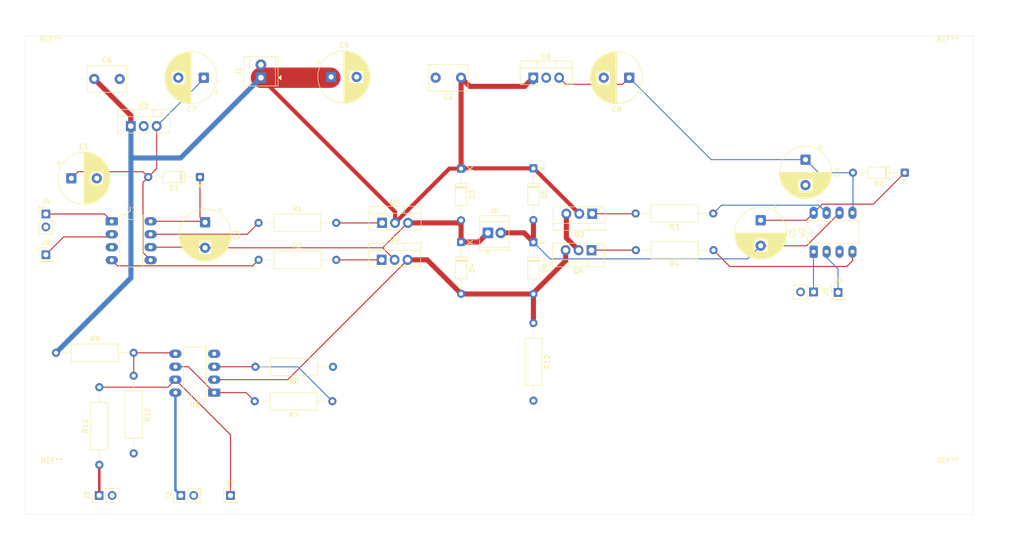
<source format=kicad_pcb>
(kicad_pcb (version 20241229) (generator "pcbnew") (generator_version "9.0")
  (layers (0 "F.Cu" signal "Front") (4 "In1.Cu" signal) (6 "In2.Cu" signal) (2 "B.Cu" signal "Back") (13 "F.Paste" user) (15 "B.Paste" user) (5 "F.SilkS" user "F.Silkscreen") (7 "B.SilkS" user "B.Silkscreen") (1 "F.Mask" user) (3 "B.Mask" user) (25 "Edge.Cuts" user))
  (net 0 "")
  (net 1 "Net-(D1-A)")
  (net 2 "GND")
  (net 3 "+24V")
  (net 4 "Net-(D1-K)")
  (net 5 "Net-(D3-A)")
  (net 6 "Net-(D2-A)")
  (net 7 "Net-(D5-A)")
  (net 8 "Net-(D2-K)")
  (net 9 "Net-(D4-A)")
  (net 10 "+5V")
  (net 11 "+3.3V")
  (net 12 "PWM1")
  (net 13 "PWM2")
  (net 14 "Net-(J7-Pin_1)")
  (net 15 "Net-(J8-Pin_1)")
  (net 16 "Net-(J9-Pin_1)")
  (net 17 "Net-(Q1-G)")
  (net 18 "Net-(Q2-G)")
  (net 19 "Net-(Q3-S)")
  (net 20 "Net-(Q3-G)")
  (net 21 "Net-(Q4-G)")
  (net 22 "Net-(U1-HO)")
  (net 23 "Net-(U1-LO)")
  (net 24 "Net-(U2-HO)")
  (net 25 "Net-(U2-LO)")
  (net 26 "Net-(U4B--)")
  (net 27 "Net-(U4A-+)")
  (net 28 "Net-(U4B-+)")
  (footprint "Connector_PinHeader_2.54mm:PinHeader_1x01_P2.54mm_Vertical" (layer "F.Cu") (at 201.5 108.4)
    (property "Reference" "J8" (at 0 -2.38 0) (layer "F.SilkS"))
    (property "Value" "Conn_01x01")
    (pad "1" thru_hole rect (at 0 0) (size 1.7 1.7) (drill 1) (layers "*.Cu" "*.Mask") (net 15 "Net-(J8-Pin_1)"))
  )
  (footprint "Resistor_THT:R_Axial_DIN0309_L9.0mm_D3.2mm_P15.24mm_Horizontal" (layer "F.Cu") (at 47.99 120.25)
    (property "Reference" "R9" (at 7.62 -2.72 0) (layer "F.SilkS"))
    (property "Value" "875k")
    (pad "1" thru_hole circle (at 0 0) (size 1.6 1.6) (drill 0.8) (layers "*.Cu" "*.Mask") (net 3 "+24V"))
    (pad "2" thru_hole circle (at 15.24 0) (size 1.6 1.6) (drill 0.8) (layers "*.Cu" "*.Mask") (net 28 "Net-(U4B-+)"))
  )
  (footprint "Capacitor_THT:CP_Radial_D10.0mm_P5.00mm" (layer "F.Cu") (at 186.3 94.232323 -90)
    (property "Reference" "C5" (at 2.5 -6.25 90) (layer "F.SilkS"))
    (property "Value" ".66u")
    (pad "1" thru_hole roundrect (at 0 0 270) (size 2 2) (drill 1) (layers "*.Cu" "*.Mask") (roundrect_rratio 0.125) (net 8 "Net-(D2-K)"))
    (pad "2" thru_hole circle (at 5 0 270) (size 2 2) (drill 1) (layers "*.Cu" "*.Mask") (net 7 "Net-(D5-A)"))
  )
  (footprint "Diode_THT:D_DO-35_SOD27_P10.16mm_Horizontal" (layer "F.Cu") (at 214.58 84.9 180)
    (property "Reference" "D2" (at 5.08 -2.12 0) (layer "F.SilkS"))
    (property "Value" "D_Schottky")
    (fp_text user "K" (at 0 -1.8 0) (layer "F.SilkS"))
    (pad "1" thru_hole roundrect (at 0 0 180) (size 1.6 1.6) (drill 0.8) (layers "*.Cu" "*.Mask") (roundrect_rratio 0.15625) (net 8 "Net-(D2-K)"))
    (pad "2" thru_hole circle (at 10.16 0 180) (size 1.6 1.6) (drill 0.8) (layers "*.Cu" "*.Mask") (net 6 "Net-(D2-A)"))
  )
  (footprint "Diode_THT:D_DO-35_SOD27_P10.16mm_Horizontal" (layer "F.Cu") (at 127.5 98.5 -90)
    (property "Reference" "D4" (at 5.08 -2.12 90) (layer "F.SilkS"))
    (property "Value" "D_Schottky")
    (fp_text user "K" (at 0 -1.8 90) (layer "F.SilkS"))
    (pad "1" thru_hole roundrect (at 0 0 270) (size 1.6 1.6) (drill 0.8) (layers "*.Cu" "*.Mask") (roundrect_rratio 0.15625) (net 5 "Net-(D3-A)"))
    (pad "2" thru_hole circle (at 10.16 0 270) (size 1.6 1.6) (drill 0.8) (layers "*.Cu" "*.Mask") (net 9 "Net-(D4-A)"))
  )
  (footprint "Connector_PinHeader_2.54mm:PinHeader_1x01_P2.54mm_Vertical" (layer "F.Cu") (at 46 101)
    (property "Reference" "J9" (at 0 -2.38 0) (layer "F.SilkS"))
    (property "Value" "Conn_01x01")
    (pad "1" thru_hole rect (at 0 0) (size 1.7 1.7) (drill 1) (layers "*.Cu" "*.Mask") (net 16 "Net-(J9-Pin_1)"))
  )
  (footprint "Resistor_THT:R_Axial_DIN0309_L9.0mm_D3.2mm_P15.24mm_Horizontal" (layer "F.Cu") (at 141.7 114.4 -90)
    (property "Reference" "R12" (at 7.62 -2.72 90) (layer "F.SilkS"))
    (property "Value" ".1")
    (pad "1" thru_hole circle (at 0 0 270) (size 1.6 1.6) (drill 0.8) (layers "*.Cu" "*.Mask") (net 9 "Net-(D4-A)"))
    (pad "2" thru_hole circle (at 15.24 0 270) (size 1.6 1.6) (drill 0.8) (layers "*.Cu" "*.Mask") (net 2 "GND"))
  )
  (footprint "Package_DIP:DIP-8_W7.62mm_LongPads" (layer "F.Cu") (at 58.94 94.44)
    (property "Reference" "U1" (at 3.81 -2.33 0) (layer "F.SilkS"))
    (property "Value" "IR2184")
    (pad "1" thru_hole roundrect (at 0 0) (size 2.4 1.6) (drill 0.8) (layers "*.Cu" "*.Mask") (roundrect_rratio 0.15625) (net 12 "PWM1"))
    (pad "2" thru_hole oval (at 0 2.54) (size 2.4 1.6) (drill 0.8) (layers "*.Cu" "*.Mask") (net 16 "Net-(J9-Pin_1)"))
    (pad "3" thru_hole oval (at 0 5.08) (size 2.4 1.6) (drill 0.8) (layers "*.Cu" "*.Mask") (net 2 "GND"))
    (pad "4" thru_hole oval (at 0 7.62) (size 2.4 1.6) (drill 0.8) (layers "*.Cu" "*.Mask") (net 23 "Net-(U1-LO)"))
    (pad "5" thru_hole oval (at 7.62 7.62) (size 2.4 1.6) (drill 0.8) (layers "*.Cu" "*.Mask") (net 1 "Net-(D1-A)"))
    (pad "6" thru_hole oval (at 7.62 5.08) (size 2.4 1.6) (drill 0.8) (layers "*.Cu" "*.Mask") (net 5 "Net-(D3-A)"))
    (pad "7" thru_hole oval (at 7.62 2.54) (size 2.4 1.6) (drill 0.8) (layers "*.Cu" "*.Mask") (net 22 "Net-(U1-HO)"))
    (pad "8" thru_hole oval (at 7.62 0) (size 2.4 1.6) (drill 0.8) (layers "*.Cu" "*.Mask") (net 4 "Net-(D1-K)"))
  )
  (footprint "MountingHole:MountingHole_3.5mm" (layer "F.Cu") (at 223 145.9)
    (property "Reference" "REF**" (at 0 -4.45 0) (layer "F.SilkS"))
    (property "Value" "MountingHole_3.5mm")
    (pad "" np_thru_hole circle (at 0 0) (size 3.5 3.5) (drill 3.5) (layers "*.Cu" "*.Mask"))
  )
  (footprint "Capacitor_THT:C_Disc_D7.5mm_W5.0mm_P5.00mm" (layer "F.Cu") (at 127.5 66.25 180)
    (property "Reference" "C2" (at 2.5 -3.75 0) (layer "F.SilkS"))
    (property "Value" ".33u")
    (pad "1" thru_hole circle (at 0 0 180) (size 2 2) (drill 1) (layers "*.Cu" "*.Mask") (net 3 "+24V"))
    (pad "2" thru_hole circle (at 5 0 180) (size 2 2) (drill 1) (layers "*.Cu" "*.Mask") (net 2 "GND"))
  )
  (footprint "Resistor_THT:R_Axial_DIN0309_L9.0mm_D3.2mm_P15.24mm_Horizontal" (layer "F.Cu") (at 87.76 102)
    (property "Reference" "R2" (at 7.62 -2.72 0) (layer "F.SilkS"))
    (property "Value" "27")
    (pad "1" thru_hole circle (at 0 0) (size 1.6 1.6) (drill 0.8) (layers "*.Cu" "*.Mask") (net 23 "Net-(U1-LO)"))
    (pad "2" thru_hole circle (at 15.24 0) (size 1.6 1.6) (drill 0.8) (layers "*.Cu" "*.Mask") (net 18 "Net-(Q2-G)"))
  )
  (footprint "Resistor_THT:R_Axial_DIN0309_L9.0mm_D3.2mm_P15.24mm_Horizontal" (layer "F.Cu") (at 177 92.9 180)
    (property "Reference" "R3" (at 7.62 -2.72 0) (layer "F.SilkS"))
    (property "Value" "27")
    (pad "1" thru_hole circle (at 0 0 180) (size 1.6 1.6) (drill 0.8) (layers "*.Cu" "*.Mask") (net 24 "Net-(U2-HO)"))
    (pad "2" thru_hole circle (at 15.24 0 180) (size 1.6 1.6) (drill 0.8) (layers "*.Cu" "*.Mask") (net 20 "Net-(Q3-G)"))
  )
  (footprint "Capacitor_THT:CP_Radial_D10.0mm_P5.00mm" (layer "F.Cu") (at 160.5 66.25 180)
    (property "Reference" "C8" (at 2.5 -6.25 0) (layer "F.SilkS"))
    (property "Value" "2.2u")
    (pad "1" thru_hole roundrect (at 0 0 180) (size 2 2) (drill 1) (layers "*.Cu" "*.Mask") (roundrect_rratio 0.125) (net 6 "Net-(D2-A)"))
    (pad "2" thru_hole circle (at 5 0 180) (size 2 2) (drill 1) (layers "*.Cu" "*.Mask") (net 2 "GND"))
  )
  (footprint "Connector_PinHeader_2.54mm:PinHeader_1x02_P2.54mm_Vertical" (layer "F.Cu") (at 56.465 148.25 90)
    (property "Reference" "J3" (at 0 -2.38 90) (layer "F.SilkS"))
    (property "Value" "Conn_01x02")
    (pad "1" thru_hole rect (at 0 0 90) (size 1.7 1.7) (drill 1) (layers "*.Cu" "*.Mask") (net 11 "+3.3V"))
    (pad "2" thru_hole circle (at 0 2.54 90) (size 1.7 1.7) (drill 1) (layers "*.Cu" "*.Mask") (net 2 "GND"))
  )
  (footprint "TerminalBlock_TE-Connectivity:TerminalBlock_TE_282834-2_1x02_P2.54mm_Horizontal" (layer "F.Cu") (at 88.21 66.25 90)
    (property "Reference" "J1" (at 1.27 -4.37 90) (layer "F.SilkS"))
    (property "Value" "Conn_01x02")
    (pad "1" thru_hole roundrect (at 0 0 90) (size 2.1 2.1) (drill 1.1) (layers "*.Cu" "*.Mask") (roundrect_rratio 0.119048) (net 3 "+24V"))
    (pad "2" thru_hole circle (at 2.54 0 90) (size 2.1 2.1) (drill 1.1) (layers "*.Cu" "*.Mask") (net 2 "GND"))
  )
  (footprint "Package_TO_SOT_THT:TO-220-3_Vertical" (layer "F.Cu") (at 112 94.75)
    (property "Reference" "Q1" (at 2.54 -4.1 0) (layer "F.SilkS"))
    (property "Value" "Q_NMOS_GDS")
    (pad "1" thru_hole rect (at 0 0) (size 1.905 2) (drill 1.1) (layers "*.Cu" "*.Mask") (net 17 "Net-(Q1-G)"))
    (pad "2" thru_hole oval (at 2.54 0) (size 1.905 2) (drill 1.1) (layers "*.Cu" "*.Mask") (net 3 "+24V"))
    (pad "3" thru_hole oval (at 5.08 0) (size 1.905 2) (drill 1.1) (layers "*.Cu" "*.Mask") (net 5 "Net-(D3-A)"))
  )
  (footprint "MountingHole:MountingHole_3.5mm" (layer "F.Cu") (at 47.2 145.9)
    (property "Reference" "REF**" (at 0 -4.45 0) (layer "F.SilkS"))
    (property "Value" "MountingHole_3.5mm")
    (pad "" np_thru_hole circle (at 0 0) (size 3.5 3.5) (drill 3.5) (layers "*.Cu" "*.Mask"))
  )
  (footprint "Resistor_THT:R_Axial_DIN0309_L9.0mm_D3.2mm_P15.24mm_Horizontal" (layer "F.Cu") (at 56.49 142.24 90)
    (property "Reference" "R11" (at 7.62 -2.72 90) (layer "F.SilkS"))
    (property "Value" "100")
    (pad "1" thru_hole circle (at 0 0 90) (size 1.6 1.6) (drill 0.8) (layers "*.Cu" "*.Mask") (net 11 "+3.3V"))
    (pad "2" thru_hole circle (at 15.24 0 90) (size 1.6 1.6) (drill 0.8) (layers "*.Cu" "*.Mask") (net 14 "Net-(J7-Pin_1)"))
  )
  (footprint "Capacitor_THT:C_Disc_D7.5mm_W5.0mm_P5.00mm" (layer "F.Cu") (at 55.5 66.5)
    (property "Reference" "C6" (at 2.5 -3.75 0) (layer "F.SilkS"))
    (property "Value" ".33u")
    (pad "1" thru_hole circle (at 0 0) (size 2 2) (drill 1) (layers "*.Cu" "*.Mask") (net 3 "+24V"))
    (pad "2" thru_hole circle (at 5 0) (size 2 2) (drill 1) (layers "*.Cu" "*.Mask") (net 2 "GND"))
  )
  (footprint "TerminalBlock_TE-Connectivity:TerminalBlock_TE_282834-2_1x02_P2.54mm_Horizontal" (layer "F.Cu") (at 132.76 96.7)
    (property "Reference" "J6" (at 1.27 -4.37 0) (layer "F.SilkS"))
    (property "Value" "Conn_01x02")
    (pad "1" thru_hole roundrect (at 0 0) (size 2.1 2.1) (drill 1.1) (layers "*.Cu" "*.Mask") (roundrect_rratio 0.119048) (net 5 "Net-(D3-A)"))
    (pad "2" thru_hole circle (at 2.54 0) (size 2.1 2.1) (drill 1.1) (layers "*.Cu" "*.Mask") (net 7 "Net-(D5-A)"))
  )
  (footprint "Capacitor_THT:CP_Radial_D10.0mm_P5.00mm" (layer "F.Cu") (at 51 86)
    (property "Reference" "C1" (at 2.5 -6.25 0) (layer "F.SilkS"))
    (property "Value" ".1m")
    (pad "1" thru_hole roundrect (at 0 0) (size 2 2) (drill 1) (layers "*.Cu" "*.Mask") (roundrect_rratio 0.125) (net 1 "Net-(D1-A)"))
    (pad "2" thru_hole circle (at 5 0) (size 2 2) (drill 1) (layers "*.Cu" "*.Mask") (net 2 "GND"))
  )
  (footprint "Diode_THT:D_DO-35_SOD27_P10.16mm_Horizontal" (layer "F.Cu") (at 127.5 84.09 -90)
    (property "Reference" "D3" (at 5.08 -2.12 90) (layer "F.SilkS"))
    (property "Value" "D_Schottky")
    (fp_text user "K" (at 0 -1.8 90) (layer "F.SilkS"))
    (pad "1" thru_hole roundrect (at 0 0 270) (size 1.6 1.6) (drill 0.8) (layers "*.Cu" "*.Mask") (roundrect_rratio 0.15625) (net 3 "+24V"))
    (pad "2" thru_hole circle (at 10.16 0 270) (size 1.6 1.6) (drill 0.8) (layers "*.Cu" "*.Mask") (net 5 "Net-(D3-A)"))
  )
  (footprint "MountingHole:MountingHole_3.5mm" (layer "F.Cu") (at 46.9 63.2)
    (property "Reference" "REF**" (at 0 -4.45 0) (layer "F.SilkS"))
    (property "Value" "MountingHole_3.5mm")
    (pad "" np_thru_hole circle (at 0 0) (size 3.5 3.5) (drill 3.5) (layers "*.Cu" "*.Mask"))
  )
  (footprint "Package_TO_SOT_THT:TO-220-3_Vertical" (layer "F.Cu") (at 153.24 92.95 180)
    (property "Reference" "Q3" (at 2.54 -4.1 0) (layer "F.SilkS"))
    (property "Value" "Q_NMOS_GDS")
    (pad "1" thru_hole rect (at 0 0 180) (size 1.905 2) (drill 1.1) (layers "*.Cu" "*.Mask") (net 20 "Net-(Q3-G)"))
    (pad "2" thru_hole oval (at 2.54 0 180) (size 1.905 2) (drill 1.1) (layers "*.Cu" "*.Mask") (net 3 "+24V"))
    (pad "3" thru_hole oval (at 5.08 0 180) (size 1.905 2) (drill 1.1) (layers "*.Cu" "*.Mask") (net 19 "Net-(Q3-S)"))
  )
  (footprint "Capacitor_THT:CP_Radial_D10.0mm_P5.00mm" (layer "F.Cu") (at 77 66.25 180)
    (property "Reference" "C7" (at 2.5 -6.25 0) (layer "F.SilkS"))
    (property "Value" "2.2u")
    (pad "1" thru_hole roundrect (at 0 0 180) (size 2 2) (drill 1) (layers "*.Cu" "*.Mask") (roundrect_rratio 0.125) (net 1 "Net-(D1-A)"))
    (pad "2" thru_hole circle (at 5 0 180) (size 2 2) (drill 1) (layers "*.Cu" "*.Mask") (net 2 "GND"))
  )
  (footprint "MountingHole:MountingHole_3.5mm" (layer "F.Cu") (at 223 63.2)
    (property "Reference" "REF**" (at 0 -4.45 0) (layer "F.SilkS"))
    (property "Value" "MountingHole_3.5mm")
    (pad "" np_thru_hole circle (at 0 0) (size 3.5 3.5) (drill 3.5) (layers "*.Cu" "*.Mask"))
  )
  (footprint "Diode_THT:D_DO-35_SOD27_P10.16mm_Horizontal" (layer "F.Cu") (at 141.7 84.04 -90)
    (property "Reference" "D5" (at 5.08 -2.12 90) (layer "F.SilkS"))
    (property "Value" "D_Schottky")
    (fp_text user "K" (at 0 -1.8 90) (layer "F.SilkS"))
    (pad "1" thru_hole roundrect (at 0 0 270) (size 1.6 1.6) (drill 0.8) (layers "*.Cu" "*.Mask") (roundrect_rratio 0.15625) (net 3 "+24V"))
    (pad "2" thru_hole circle (at 10.16 0 270) (size 1.6 1.6) (drill 0.8) (layers "*.Cu" "*.Mask") (net 7 "Net-(D5-A)"))
  )
  (footprint "Resistor_THT:R_Axial_DIN0309_L9.0mm_D3.2mm_P15.24mm_Horizontal" (layer "F.Cu") (at 87.75 94.75)
    (property "Reference" "R1" (at 7.62 -2.72 0) (layer "F.SilkS"))
    (property "Value" "27")
    (pad "1" thru_hole circle (at 0 0) (size 1.6 1.6) (drill 0.8) (layers "*.Cu" "*.Mask") (net 22 "Net-(U1-HO)"))
    (pad "2" thru_hole circle (at 15.24 0) (size 1.6 1.6) (drill 0.8) (layers "*.Cu" "*.Mask") (net 17 "Net-(Q1-G)"))
  )
  (footprint "Connector_PinHeader_2.54mm:PinHeader_1x02_P2.54mm_Vertical" (layer "F.Cu") (at 46 93)
    (property "Reference" "J4" (at 0 -2.38 0) (layer "F.SilkS"))
    (property "Value" "Conn_01x02")
    (pad "1" thru_hole rect (at 0 0) (size 1.7 1.7) (drill 1) (layers "*.Cu" "*.Mask") (net 12 "PWM1"))
    (pad "2" thru_hole circle (at 0 2.54) (size 1.7 1.7) (drill 1) (layers "*.Cu" "*.Mask") (net 2 "GND"))
  )
  (footprint "Package_TO_SOT_THT:TO-220-3_Vertical" (layer "F.Cu") (at 111.92 102)
    (property "Reference" "Q2" (at 2.54 -4.1 0) (layer "F.SilkS"))
    (property "Value" "Q_NMOS_GDS")
    (pad "1" thru_hole rect (at 0 0) (size 1.905 2) (drill 1.1) (layers "*.Cu" "*.Mask") (net 18 "Net-(Q2-G)"))
    (pad "2" thru_hole oval (at 2.54 0) (size 1.905 2) (drill 1.1) (layers "*.Cu" "*.Mask") (net 5 "Net-(D3-A)"))
    (pad "3" thru_hole oval (at 5.08 0) (size 1.905 2) (drill 1.1) (layers "*.Cu" "*.Mask") (net 9 "Net-(D4-A)"))
  )
  (footprint "Connector_PinHeader_2.54mm:PinHeader_1x02_P2.54mm_Vertical" (layer "F.Cu") (at 196.675 108.3 -90)
    (property "Reference" "J5" (at 0 -2.38 90) (layer "F.SilkS"))
    (property "Value" "Conn_01x02")
    (pad "1" thru_hole rect (at 0 0 270) (size 1.7 1.7) (drill 1) (layers "*.Cu" "*.Mask") (net 13 "PWM2"))
    (pad "2" thru_hole circle (at 0 2.54 270) (size 1.7 1.7) (drill 1) (layers "*.Cu" "*.Mask") (net 2 "GND"))
  )
  (footprint "Package_TO_SOT_THT:TO-220-3_Vertical" (layer "F.Cu") (at 62.67 75.75)
    (property "Reference" "U5" (at 2.54 -4.1 0) (layer "F.SilkS"))
    (property "Value" "LM7815_TO220")
    (pad "1" thru_hole rect (at 0 0) (size 1.905 2) (drill 1.1) (layers "*.Cu" "*.Mask") (net 3 "+24V"))
    (pad "2" thru_hole oval (at 2.54 0) (size 1.905 2) (drill 1.1) (layers "*.Cu" "*.Mask") (net 2 "GND"))
    (pad "3" thru_hole oval (at 5.08 0) (size 1.905 2) (drill 1.1) (layers "*.Cu" "*.Mask") (net 1 "Net-(D1-A)"))
  )
  (footprint "Package_DIP:DIP-8_W7.62mm_LongPads" (layer "F.Cu") (at 79.05 128.06 180)
    (property "Reference" "U4" (at 3.81 -2.33 0) (layer "F.SilkS"))
    (property "Value" "MCP6L02x-xSN")
    (pad "1" thru_hole roundrect (at 0 0 180) (size 2.4 1.6) (drill 0.8) (layers "*.Cu" "*.Mask") (roundrect_rratio 0.15625) (net 26 "Net-(U4B--)"))
    (pad "2" thru_hole oval (at 0 2.54 180) (size 2.4 1.6) (drill 0.8) (layers "*.Cu" "*.Mask") (net 9 "Net-(D4-A)"))
    (pad "3" thru_hole oval (at 0 5.08 180) (size 2.4 1.6) (drill 0.8) (layers "*.Cu" "*.Mask") (net 27 "Net-(U4A-+)"))
    (pad "4" thru_hole oval (at 0 7.62 180) (size 2.4 1.6) (drill 0.8) (layers "*.Cu" "*.Mask") (net 2 "GND"))
    (pad "5" thru_hole oval (at 7.62 7.62 180) (size 2.4 1.6) (drill 0.8) (layers "*.Cu" "*.Mask") (net 28 "Net-(U4B-+)"))
    (pad "6" thru_hole oval (at 7.62 5.08 180) (size 2.4 1.6) (drill 0.8) (layers "*.Cu" "*.Mask") (net 26 "Net-(U4B--)"))
    (pad "7" thru_hole oval (at 7.62 2.54 180) (size 2.4 1.6) (drill 0.8) (layers "*.Cu" "*.Mask") (net 14 "Net-(J7-Pin_1)"))
    (pad "8" thru_hole oval (at 7.62 0 180) (size 2.4 1.6) (drill 0.8) (layers "*.Cu" "*.Mask") (net 10 "+5V"))
  )
  (footprint "Resistor_THT:R_Axial_DIN0309_L9.0mm_D3.2mm_P15.24mm_Horizontal" (layer "F.Cu") (at 102.24 129.75 180)
    (property "Reference" "R7" (at 7.62 -2.72 0) (layer "F.SilkS"))
    (property "Value" "90")
    (pad "1" thru_hole circle (at 0 0 180) (size 1.6 1.6) (drill 0.8) (layers "*.Cu" "*.Mask") (net 27 "Net-(U4A-+)"))
    (pad "2" thru_hole circle (at 15.24 0 180) (size 1.6 1.6) (drill 0.8) (layers "*.Cu" "*.Mask") (net 26 "Net-(U4B--)"))
  )
  (footprint "Package_TO_SOT_THT:TO-220-3_Vertical" (layer "F.Cu") (at 153.1 100.1 180)
    (property "Reference" "Q4" (at 2.54 -4.1 0) (layer "F.SilkS"))
    (property "Value" "Q_NMOS_GDS")
    (pad "1" thru_hole rect (at 0 0 180) (size 1.905 2) (drill 1.1) (layers "*.Cu" "*.Mask") (net 21 "Net-(Q4-G)"))
    (pad "2" thru_hole oval (at 2.54 0 180) (size 1.905 2) (drill 1.1) (layers "*.Cu" "*.Mask") (net 19 "Net-(Q3-S)"))
    (pad "3" thru_hole oval (at 5.08 0 180) (size 1.905 2) (drill 1.1) (layers "*.Cu" "*.Mask") (net 9 "Net-(D4-A)"))
  )
  (footprint "Package_TO_SOT_THT:TO-220-3_Vertical" (layer "F.Cu") (at 141.67 66.25)
    (property "Reference" "U6" (at 2.54 -4.1 0) (layer "F.SilkS"))
    (property "Value" "LM7815_TO220")
    (pad "1" thru_hole rect (at 0 0) (size 1.905 2) (drill 1.1) (layers "*.Cu" "*.Mask") (net 3 "+24V"))
    (pad "2" thru_hole oval (at 2.54 0) (size 1.905 2) (drill 1.1) (layers "*.Cu" "*.Mask") (net 2 "GND"))
    (pad "3" thru_hole oval (at 5.08 0) (size 1.905 2) (drill 1.1) (layers "*.Cu" "*.Mask") (net 6 "Net-(D2-A)"))
  )
  (footprint "Capacitor_THT:CP_Radial_D10.0mm_P5.00mm" (layer "F.Cu") (at 195.1 82.332323 -90)
    (property "Reference" "C4" (at 2.5 -6.25 90) (layer "F.SilkS"))
    (property "Value" ".1m")
    (pad "1" thru_hole roundrect (at 0 0 270) (size 2 2) (drill 1) (layers "*.Cu" "*.Mask") (roundrect_rratio 0.125) (net 6 "Net-(D2-A)"))
    (pad "2" thru_hole circle (at 5 0 270) (size 2 2) (drill 1) (layers "*.Cu" "*.Mask") (net 2 "GND"))
  )
  (footprint "Package_DIP:DIP-8_W7.62mm_LongPads" (layer "F.Cu") (at 196.7 100.4 90)
    (property "Reference" "U2" (at 3.81 -2.33 90) (layer "F.SilkS"))
    (property "Value" "IR2184")
    (pad "1" thru_hole roundrect (at 0 0 90) (size 2.4 1.6) (drill 0.8) (layers "*.Cu" "*.Mask") (roundrect_rratio 0.15625) (net 13 "PWM2"))
    (pad "2" thru_hole oval (at 0 2.54 90) (size 2.4 1.6) (drill 0.8) (layers "*.Cu" "*.Mask") (net 15 "Net-(J8-Pin_1)"))
    (pad "3" thru_hole oval (at 0 5.08 90) (size 2.4 1.6) (drill 0.8) (layers "*.Cu" "*.Mask") (net 2 "GND"))
    (pad "4" thru_hole oval (at 0 7.62 90) (size 2.4 1.6) (drill 0.8) (layers "*.Cu" "*.Mask") (net 25 "Net-(U2-LO)"))
    (pad "5" thru_hole oval (at 7.62 7.62 90) (size 2.4 1.6) (drill 0.8) (layers "*.Cu" "*.Mask") (net 6 "Net-(D2-A)"))
    (pad "6" thru_hole oval (at 7.62 5.08 90) (size 2.4 1.6) (drill 0.8) (layers "*.Cu" "*.Mask") (net 7 "Net-(D5-A)"))
    (pad "7" thru_hole oval (at 7.62 2.54 90) (size 2.4 1.6) (drill 0.8) (layers "*.Cu" "*.Mask") (net 24 "Net-(U2-HO)"))
    (pad "8" thru_hole oval (at 7.62 0 90) (size 2.4 1.6) (drill 0.8) (layers "*.Cu" "*.Mask") (net 8 "Net-(D2-K)"))
  )
  (footprint "Capacitor_THT:CP_Radial_D10.0mm_P5.00mm" (layer "F.Cu") (at 102 66.1)
    (property "Reference" "C9" (at 2.5 -6.25 0) (layer "F.SilkS"))
    (property "Value" "100u")
    (pad "1" thru_hole roundrect (at 0 0) (size 2 2) (drill 1) (layers "*.Cu" "*.Mask") (roundrect_rratio 0.125) (net 3 "+24V"))
    (pad "2" thru_hole circle (at 5 0) (size 2 2) (drill 1) (layers "*.Cu" "*.Mask") (net 2 "GND"))
  )
  (footprint "Diode_THT:D_DO-35_SOD27_P10.16mm_Horizontal" (layer "F.Cu") (at 76.25 85.75 180)
    (property "Reference" "D1" (at 5.08 -2.12 0) (layer "F.SilkS"))
    (property "Value" "D_Schottky")
    (fp_text user "K" (at 0 -1.8 0) (layer "F.SilkS"))
    (pad "1" thru_hole roundrect (at 0 0 180) (size 1.6 1.6) (drill 0.8) (layers "*.Cu" "*.Mask") (roundrect_rratio 0.15625) (net 4 "Net-(D1-K)"))
    (pad "2" thru_hole circle (at 10.16 0 180) (size 1.6 1.6) (drill 0.8) (layers "*.Cu" "*.Mask") (net 1 "Net-(D1-A)"))
  )
  (footprint "Connector_PinHeader_2.54mm:PinHeader_1x02_P2.54mm_Vertical" (layer "F.Cu") (at 72.49 148.25 90)
    (property "Reference" "J2" (at 0 -2.38 90) (layer "F.SilkS"))
    (property "Value" "Conn_01x02")
    (pad "1" thru_hole rect (at 0 0 90) (size 1.7 1.7) (drill 1) (layers "*.Cu" "*.Mask") (net 10 "+5V"))
    (pad "2" thru_hole circle (at 0 2.54 90) (size 1.7 1.7) (drill 1) (layers "*.Cu" "*.Mask") (net 2 "GND"))
  )
  (footprint "Resistor_THT:R_Axial_DIN0309_L9.0mm_D3.2mm_P15.24mm_Horizontal" (layer "F.Cu") (at 102.36 123 180)
    (property "Reference" "R8" (at 7.62 -2.72 0) (layer "F.SilkS"))
    (property "Value" "10")
    (pad "1" thru_hole circle (at 0 0 180) (size 1.6 1.6) (drill 0.8) (layers "*.Cu" "*.Mask") (net 2 "GND"))
    (pad "2" thru_hole circle (at 15.24 0 180) (size 1.6 1.6) (drill 0.8) (layers "*.Cu" "*.Mask") (net 27 "Net-(U4A-+)"))
  )
  (footprint "Diode_THT:D_DO-35_SOD27_P10.16mm_Horizontal" (layer "F.Cu") (at 141.7 98.54 -90)
    (property "Reference" "D6" (at 5.08 -2.12 90) (layer "F.SilkS"))
    (property "Value" "D_Schottky")
    (fp_text user "K" (at 0 -1.8 90) (layer "F.SilkS"))
    (pad "1" thru_hole roundrect (at 0 0 270) (size 1.6 1.6) (drill 0.8) (layers "*.Cu" "*.Mask") (roundrect_rratio 0.15625) (net 7 "Net-(D5-A)"))
    (pad "2" thru_hole circle (at 10.16 0 270) (size 1.6 1.6) (drill 0.8) (layers "*.Cu" "*.Mask") (net 9 "Net-(D4-A)"))
  )
  (footprint "Capacitor_THT:CP_Radial_D10.0mm_P5.00mm" (layer "F.Cu") (at 77.25 94.632323 -90)
    (property "Reference" "C3" (at 2.5 -6.25 90) (layer "F.SilkS"))
    (property "Value" ".66u")
    (pad "1" thru_hole roundrect (at 0 0 270) (size 2 2) (drill 1) (layers "*.Cu" "*.Mask") (roundrect_rratio 0.125) (net 4 "Net-(D1-K)"))
    (pad "2" thru_hole circle (at 5 0 270) (size 2 2) (drill 1) (layers "*.Cu" "*.Mask") (net 5 "Net-(D3-A)"))
  )
  (footprint "Resistor_THT:R_Axial_DIN0309_L9.0mm_D3.2mm_P15.24mm_Horizontal" (layer "F.Cu") (at 177.04 100.1 180)
    (property "Reference" "R4" (at 7.62 -2.72 0) (layer "F.SilkS"))
    (property "Value" "27")
    (pad "1" thru_hole circle (at 0 0 180) (size 1.6 1.6) (drill 0.8) (layers "*.Cu" "*.Mask") (net 25 "Net-(U2-LO)"))
    (pad "2" thru_hole circle (at 15.24 0 180) (size 1.6 1.6) (drill 0.8) (layers "*.Cu" "*.Mask") (net 21 "Net-(Q4-G)"))
  )
  (footprint "Connector_PinHeader_2.54mm:PinHeader_1x01_P2.54mm_Vertical" (layer "F.Cu") (at 82.24 148.25)
    (property "Reference" "J7" (at 0 -2.38 0) (layer "F.SilkS"))
    (property "Value" "Conn_01x01")
    (pad "1" thru_hole rect (at 0 0) (size 1.7 1.7) (drill 1) (layers "*.Cu" "*.Mask") (net 14 "Net-(J7-Pin_1)"))
  )
  (footprint "Resistor_THT:R_Axial_DIN0309_L9.0mm_D3.2mm_P15.24mm_Horizontal" (layer "F.Cu") (at 63.24 124.75 -90)
    (property "Reference" "R10" (at 7.62 -2.72 90) (layer "F.SilkS"))
    (property "Value" "125k")
    (pad "1" thru_hole circle (at 0 0 270) (size 1.6 1.6) (drill 0.8) (layers "*.Cu" "*.Mask") (net 28 "Net-(U4B-+)"))
    (pad "2" thru_hole circle (at 15.24 0 270) (size 1.6 1.6) (drill 0.8) (layers "*.Cu" "*.Mask") (net 2 "GND"))
  )
  (gr_line (start 42 152) (end 228 152) (stroke (width 0.05)) (layer "Edge.Cuts"))
  (gr_line (start 228 58) (end 42 58) (stroke (width 0.05)) (layer "Edge.Cuts"))
  (gr_line (start 228 152) (end 228 58) (stroke (width 0.05)) (layer "Edge.Cuts"))
  (gr_line (start 42 58) (end 42 152) (stroke (width 0.05)) (layer "Edge.Cuts"))
  (segment (start 52.301 84.699) (end 65.039 84.699) (width 0.2) (layer "F.Cu") (net 1))
  (segment (start 65.059 86.781) (end 65.059 100.559) (width 0.2) (layer "F.Cu") (net 1))
  (segment (start 65.039 84.699) (end 66.09 85.75) (width 0.2) (layer "F.Cu") (net 1))
  (segment (start 67.75 84.09) (end 66.09 85.75) (width 0.2) (layer "F.Cu") (net 1))
  (segment (start 51 86) (end 52.301 84.699) (width 0.2) (layer "F.Cu") (net 1))
  (segment (start 66.09 85.75) (end 65.059 86.781) (width 0.2) (layer "F.Cu") (net 1))
  (segment (start 65.059 100.559) (end 66.56 102.06) (width 0.2) (layer "F.Cu") (net 1))
  (segment (start 67.75 75.75) (end 67.75 84.09) (width 0.2) (layer "F.Cu") (net 1))
  (segment (start 67.75 75.75) (end 77 66.5) (width 0.2) (layer "B.Cu") (net 1))
  (segment (start 77 66.5) (end 77 66.25) (width 0.2) (layer "B.Cu") (net 1))
  (segment (start 61.25 72.25) (end 62.2 73.2) (width 1) (layer "F.Cu") (net 3))
  (segment (start 114.54 94.75) (end 114.54 92.58) (width 0.8) (layer "F.Cu") (net 3))
  (segment (start 127.5 66.25) (end 127.5 84.09) (width 1) (layer "F.Cu") (net 3))
  (segment (start 114.54 92.58) (end 88.21 66.25) (width 0.8) (layer "F.Cu") (net 3))
  (segment (start 128.44 84.04) (end 141.7 84.04) (width 0.8) (layer "F.Cu") (net 3))
  (segment (start 128.39 84.09) (end 128.44 84.04) (width 0.8) (layer "F.Cu") (net 3))
  (segment (start 61.7 72.7) (end 61.25 72.25) (width 1) (layer "F.Cu") (net 3))
  (segment (start 127.5 66.25) (end 129.201 67.951) (width 1) (layer "F.Cu") (net 3))
  (segment (start 125.2 84.09) (end 127.5 84.09) (width 0.8) (layer "F.Cu") (net 3))
  (segment (start 141.7 84.04) (end 141.79 84.04) (width 0.8) (layer "F.Cu") (net 3))
  (segment (start 62.67 73.67) (end 62.67 75.75) (width 1) (layer "F.Cu") (net 3))
  (segment (start 127.5 84.09) (end 128.39 84.09) (width 0.8) (layer "F.Cu") (net 3))
  (segment (start 129.201 67.951) (end 139.969 67.951) (width 1) (layer "F.Cu") (net 3))
  (segment (start 88.21 66.25) (end 101.85 66.25) (width 4) (layer "F.Cu") (net 3))
  (segment (start 62.2 73.2) (end 62.67 73.67) (width 1) (layer "F.Cu") (net 3))
  (segment (start 141.79 84.04) (end 150.7 92.95) (width 0.8) (layer "F.Cu") (net 3))
  (segment (start 114.54 94.75) (end 125.2 84.09) (width 0.8) (layer "F.Cu") (net 3))
  (segment (start 139.969 67.951) (end 141.67 66.25) (width 1) (layer "F.Cu") (net 3))
  (segment (start 101.85 66.25) (end 102 66.1) (width 0.8) (layer "F.Cu") (net 3))
  (segment (start 55.5 66.5) (end 61.25 72.25) (width 1) (layer "F.Cu") (net 3))
  (segment (start 141.67 66.25) (end 141.67 67.17) (width 1) (layer "B.Cu") (net 3))
  (segment (start 62.7 82) (end 72.46 82) (width 1) (layer "B.Cu") (net 3))
  (segment (start 62.7 82) (end 62.7 105.54) (width 1) (layer "B.Cu") (net 3))
  (segment (start 62.7 105.54) (end 47.99 120.25) (width 1) (layer "B.Cu") (net 3))
  (segment (start 62.7 75.78) (end 62.7 82) (width 1) (layer "B.Cu") (net 3))
  (segment (start 62.67 75.75) (end 62.7 75.78) (width 1) (layer "B.Cu") (net 3))
  (segment (start 72.46 82) (end 88.21 66.25) (width 1) (layer "B.Cu") (net 3))
  (segment (start 76.25 85.75) (end 76.25 93.632323) (width 0.2) (layer "F.Cu") (net 4))
  (segment (start 66.56 94.44) (end 77.057677 94.44) (width 0.2) (layer "F.Cu") (net 4))
  (segment (start 77.057677 94.44) (end 77.25 94.632323) (width 0.2) (layer "F.Cu") (net 4))
  (segment (start 76.25 93.632323) (end 77.25 94.632323) (width 0.2) (layer "F.Cu") (net 4))
  (segment (start 117.08 94.75) (end 116.989146 94.75) (width 0.2) (layer "F.Cu") (net 5))
  (segment (start 66.56 99.52) (end 77.137677 99.52) (width 0.2) (layer "F.Cu") (net 5))
  (segment (start 116.989146 94.75) (end 112.106823 99.632323) (width 0.2) (layer "F.Cu") (net 5))
  (segment (start 114.46 101.9855) (end 114.46 102) (width 0.2) (layer "F.Cu") (net 5))
  (segment (start 127.5 94.25) (end 127.5 98.5) (width 1) (layer "F.Cu") (net 5))
  (segment (start 77.25 99.632323) (end 112.106823 99.632323) (width 0.2) (layer "F.Cu") (net 5))
  (segment (start 112.106823 99.632323) (end 114.46 101.9855) (width 0.2) (layer "F.Cu") (net 5))
  (segment (start 127.5 98.5) (end 130.96 98.5) (width 1) (layer "F.Cu") (net 5))
  (segment (start 127 94.75) (end 127.5 94.25) (width 0.2) (layer "F.Cu") (net 5))
  (segment (start 130.96 98.5) (end 132.76 96.7) (width 1) (layer "F.Cu") (net 5))
  (segment (start 77.137677 99.52) (end 77.25 99.632323) (width 0.2) (layer "F.Cu") (net 5))
  (segment (start 117.08 94.75) (end 127 94.75) (width 1) (layer "F.Cu") (net 5))
  (segment (start 146.75 66.25) (end 148.051 67.551) (width 0.2) (layer "F.Cu") (net 6))
  (segment (start 148.051 67.551) (end 159.199 67.551) (width 0.2) (layer "F.Cu") (net 6))
  (segment (start 159.199 67.551) (end 160.5 66.25) (width 0.2) (layer "F.Cu") (net 6))
  (segment (start 176.582323 82.332323) (end 160.5 66.25) (width 0.2) (layer "B.Cu") (net 6))
  (segment (start 204.42 84.9) (end 204.42 92.68) (width 0.2) (layer "B.Cu") (net 6))
  (segment (start 204.42 92.68) (end 204.32 92.78) (width 0.2) (layer "B.Cu") (net 6))
  (segment (start 197.667677 84.9) (end 195.1 82.332323) (width 0.2) (layer "B.Cu") (net 6))
  (segment (start 195.1 82.332323) (end 176.582323 82.332323) (width 0.2) (layer "B.Cu") (net 6))
  (segment (start 204.42 84.9) (end 197.667677 84.9) (width 0.2) (layer "B.Cu") (net 6))
  (segment (start 186.3 99.232323) (end 195.327677 99.232323) (width 0.2) (layer "F.Cu") (net 7))
  (segment (start 195.327677 99.232323) (end 201.78 92.78) (width 0.2) (layer "F.Cu") (net 7))
  (segment (start 141.7 94.2) (end 141.7 98.54) (width 1) (layer "F.Cu") (net 7))
  (segment (start 139.86 96.7) (end 141.7 98.54) (width 1) (layer "F.Cu") (net 7))
  (segment (start 135.3 96.7) (end 139.86 96.7) (width 1) (layer "F.Cu") (net 7))
  (segment (start 141.7 98.54) (end 144.961 101.801) (width 0.2) (layer "B.Cu") (net 7))
  (segment (start 144.961 101.801) (end 183.731323 101.801) (width 0.2) (layer "B.Cu") (net 7))
  (segment (start 183.731323 101.801) (end 186.3 99.232323) (width 0.2) (layer "B.Cu") (net 7))
  (segment (start 208.41705 91.06295) (end 214.58 84.9) (width 0.2) (layer "F.Cu") (net 8))
  (segment (start 195.247677 94.232323) (end 196.7 92.78) (width 0.2) (layer "F.Cu") (net 8))
  (segment (start 198.41705 91.06295) (end 208.41705 91.06295) (width 0.2) (layer "F.Cu") (net 8))
  (segment (start 196.7 92.78) (end 198.41705 91.06295) (width 0.2) (layer "F.Cu") (net 8))
  (segment (start 186.3 94.232323) (end 195.247677 94.232323) (width 0.2) (layer "F.Cu") (net 8))
  (segment (start 141.7 108.7) (end 141.7 108.5) (width 1) (layer "F.Cu") (net 9))
  (segment (start 79.05 125.52) (end 93.48 125.52) (width 0.2) (layer "F.Cu") (net 9))
  (segment (start 141.7 108.7) (end 141.7 114.4) (width 1) (layer "F.Cu") (net 9))
  (segment (start 120.84 102) (end 127.5 108.66) (width 1) (layer "F.Cu") (net 9))
  (segment (start 128.18 108.7) (end 141.7 108.7) (width 1) (layer "F.Cu") (net 9))
  (segment (start 128.14 108.66) (end 128.18 108.7) (width 1) (layer "F.Cu") (net 9))
  (segment (start 93.48 125.52) (end 117 102) (width 0.2) (layer "F.Cu") (net 9))
  (segment (start 141.7 108.5) (end 148.02 102.18) (width 1) (layer "F.Cu") (net 9))
  (segment (start 117 102) (end 120.84 102) (width 1) (layer "F.Cu") (net 9))
  (segment (start 127.5 108.66) (end 128.14 108.66) (width 1) (layer "F.Cu") (net 9))
  (segment (start 148.02 102.18) (end 148.02 100.1) (width 1) (layer "F.Cu") (net 9))
  (segment (start 71.43 147.19) (end 72.49 148.25) (width 0.5) (layer "B.Cu") (net 10))
  (segment (start 71.43 128.06) (end 71.43 147.19) (width 0.5) (layer "B.Cu") (net 10))
  (segment (start 56.49 148.225) (end 56.465 148.25) (width 0.5) (layer "F.Cu") (net 11))
  (segment (start 56.49 142.24) (end 56.49 148.225) (width 0.5) (layer "F.Cu") (net 11))
  (segment (start 57.5 93) (end 58.94 94.44) (width 0.2) (layer "F.Cu") (net 12))
  (segment (start 46 93) (end 57.5 93) (width 0.2) (layer "F.Cu") (net 12))
  (segment (start 196.675 108.3) (end 196.675 100.425) (width 0.2) (layer "B.Cu") (net 13))
  (segment (start 196.675 100.425) (end 196.7 100.4) (width 0.2) (layer "B.Cu") (net 13))
  (segment (start 82.24 136.33) (end 71.43 125.52) (width 0.2) (layer "F.Cu") (net 14))
  (segment (start 56.49 127) (end 69.95 127) (width 0.2) (layer "F.Cu") (net 14))
  (segment (start 69.95 127) (end 71.43 125.52) (width 0.2) (layer "F.Cu") (net 14))
  (segment (start 82.24 148.25) (end 82.24 136.33) (width 0.2) (layer "F.Cu") (net 14))
  (segment (start 199.24 101.54) (end 199.24 100.4) (width 0.2) (layer "B.Cu") (net 15))
  (segment (start 201.5 108.4) (end 201.5 103.8) (width 0.2) (layer "B.Cu") (net 15))
  (segment (start 201.5 103.8) (end 199.24 101.54) (width 0.2) (layer "B.Cu") (net 15))
  (segment (start 46 101) (end 49.5 97.5) (width 0.2) (layer "F.Cu") (net 16))
  (segment (start 49.5 97.5) (end 58.42 97.5) (width 0.2) (layer "F.Cu") (net 16))
  (segment (start 58.42 97.5) (end 58.94 96.98) (width 0.2) (layer "F.Cu") (net 16))
  (segment (start 102.99 94.75) (end 112 94.75) (width 0.2) (layer "F.Cu") (net 17))
  (segment (start 103 102) (end 111.92 102) (width 0.2) (layer "F.Cu") (net 18))
  (segment (start 148.16 92.95) (end 148.16 97.7) (width 1) (layer "F.Cu") (net 19))
  (segment (start 148.16 97.7) (end 150.56 100.1) (width 1) (layer "F.Cu") (net 19))
  (segment (start 161.71 92.95) (end 161.76 92.9) (width 0.2) (layer "F.Cu") (net 20))
  (segment (start 153.24 92.95) (end 161.71 92.95) (width 0.2) (layer "F.Cu") (net 20))
  (segment (start 153.1 100.1) (end 161.8 100.1) (width 0.2) (layer "F.Cu") (net 21))
  (segment (start 66.56 96.98) (end 85.52 96.98) (width 0.2) (layer "F.Cu") (net 22))
  (segment (start 85.52 96.98) (end 87.75 94.75) (width 0.2) (layer "F.Cu") (net 22))
  (segment (start 86.599 103.161) (end 60.041 103.161) (width 0.2) (layer "F.Cu") (net 23))
  (segment (start 87.76 102) (end 86.599 103.161) (width 0.2) (layer "F.Cu") (net 23))
  (segment (start 60.041 103.161) (end 58.94 102.06) (width 0.2) (layer "F.Cu") (net 23))
  (segment (start 177 92.9) (end 178.621 91.279) (width 0.2) (layer "B.Cu") (net 24))
  (segment (start 178.621 91.279) (end 197.739 91.279) (width 0.2) (layer "B.Cu") (net 24))
  (segment (start 197.739 91.279) (end 199.24 92.78) (width 0.2) (layer "B.Cu") (net 24))
  (segment (start 180.24 103.3) (end 203.2 103.3) (width 0.2) (layer "F.Cu") (net 25))
  (segment (start 203.2 103.3) (end 204.32 102.18) (width 0.2) (layer "F.Cu") (net 25))
  (segment (start 177.04 100.1) (end 180.24 103.3) (width 0.2) (layer "F.Cu") (net 25))
  (segment (start 204.32 102.18) (end 204.32 100.4) (width 0.2) (layer "F.Cu") (net 25))
  (segment (start 71.43 122.98) (end 73.97 122.98) (width 0.2) (layer "F.Cu") (net 26))
  (segment (start 73.97 122.98) (end 79.05 128.06) (width 0.2) (layer "F.Cu") (net 26))
  (segment (start 79.05 128.06) (end 85.31 128.06) (width 0.2) (layer "F.Cu") (net 26))
  (segment (start 85.31 128.06) (end 87 129.75) (width 0.2) (layer "F.Cu") (net 26))
  (segment (start 87.1 122.98) (end 87.12 123) (width 0.2) (layer "F.Cu") (net 27))
  (segment (start 79.05 122.98) (end 87.1 122.98) (width 0.2) (layer "F.Cu") (net 27))
  (segment (start 87.12 123) (end 95.49 123) (width 0.2) (layer "B.Cu") (net 27))
  (segment (start 95.49 123) (end 102.24 129.75) (width 0.2) (layer "B.Cu") (net 27))
  (segment (start 71.24 120.25) (end 71.43 120.44) (width 0.2) (layer "F.Cu") (net 28))
  (segment (start 63.24 120.34) (end 63.24 124.75) (width 0.2) (layer "F.Cu") (net 28))
  (segment (start 63.23 120.33) (end 63.24 120.34) (width 0.2) (layer "F.Cu") (net 28))
  (segment (start 63.23 120.25) (end 63.23 120.33) (width 0.2) (layer "F.Cu") (net 28))
  (segment (start 63.23 120.25) (end 71.24 120.25) (width 0.2) (layer "F.Cu") (net 28))
)
</source>
